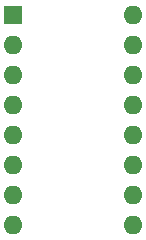
<source format=gbr>
%TF.GenerationSoftware,KiCad,Pcbnew,8.0.3*%
%TF.CreationDate,2024-10-02T14:15:05+10:00*%
%TF.ProjectId,attiny16-breakout,61747469-6e79-4313-962d-627265616b6f,rev?*%
%TF.SameCoordinates,Original*%
%TF.FileFunction,Soldermask,Bot*%
%TF.FilePolarity,Negative*%
%FSLAX46Y46*%
G04 Gerber Fmt 4.6, Leading zero omitted, Abs format (unit mm)*
G04 Created by KiCad (PCBNEW 8.0.3) date 2024-10-02 14:15:05*
%MOMM*%
%LPD*%
G01*
G04 APERTURE LIST*
%ADD10R,1.600000X1.600000*%
%ADD11O,1.600000X1.600000*%
G04 APERTURE END LIST*
D10*
%TO.C,J1*%
X145880000Y-91000000D03*
D11*
X145880000Y-93540000D03*
X145880000Y-96080000D03*
X145880000Y-98620000D03*
X145880000Y-101160000D03*
X145880000Y-103700000D03*
X145880000Y-106240000D03*
X145880000Y-108780000D03*
X156040000Y-108780000D03*
X156040000Y-106240000D03*
X156040000Y-103700000D03*
X156040000Y-101160000D03*
X156040000Y-98620000D03*
X156040000Y-96080000D03*
X156040000Y-93540000D03*
X156040000Y-91000000D03*
%TD*%
M02*

</source>
